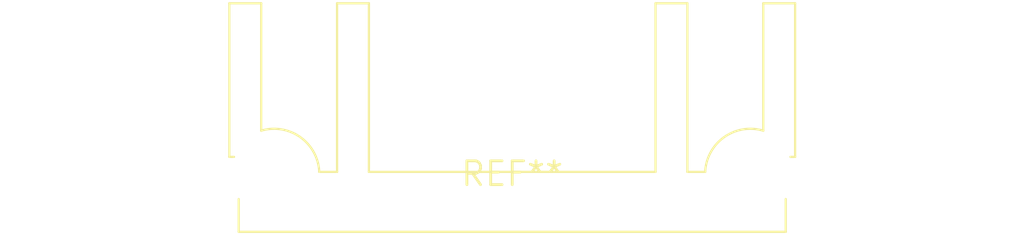
<source format=kicad_pcb>
(kicad_pcb (version 20240108) (generator pcbnew)
  (layers (0 "F.Cu" signal) (31 "B.Cu" signal) (34 "B.Paste" user) (35 "F.Paste" user) (36 "B.SilkS" user "B.Silkscreen") (37 "F.SilkS" user "F.Silkscreen") (38 "B.Mask" user) (39 "F.Mask" user) (44 "Edge.Cuts" user))
  (net 0 "")
  (footprint "Heatsink_Stonecold_HS-130_30x12mm_2xFixation2.5mm" (layer "F.Cu") (at 0 0)
    (property "Reference" "REF**")
    (property "Value" "Heatsink_Stonecold_HS-130_30x12mm_2xFixation2.5mm")
    (fp_line (start -15.1 -9.1) (end -13.4 -9.1) (layer "F.SilkS") (stroke (width 0.12)))
    (fp_line (start -15.1 -0.9) (end -15.1 -9.1) (layer "F.SilkS") (stroke (width 0.12)))
    (fp_line (start -15.1 -0.9) (end -14.85 -0.9) (layer "F.SilkS") (stroke (width 0.12)))
    (fp_line (start -14.6 3.1) (end -14.6 1.35) (layer "F.SilkS") (stroke (width 0.12)))
    (fp_line (start -14.6 3.1) (end 14.6 3.1) (layer "F.SilkS") (stroke (width 0.12)))
    (fp_line (start -13.4 -2.3) (end -13.4 -9.1) (layer "F.SilkS") (stroke (width 0.12)))
    (fp_line (start -10.3 -0.1) (end -9.35 -0.1) (layer "F.SilkS") (stroke (width 0.12)))
    (fp_line (start -9.35 -9.1) (end -7.65 -9.1) (layer "F.SilkS") (stroke (width 0.12)))
    (fp_line (start -9.35 -0.1) (end -9.35 -9.1) (layer "F.SilkS") (stroke (width 0.12)))
    (fp_line (start -7.65 -0.1) (end -7.65 -9.1) (layer "F.SilkS") (stroke (width 0.12)))
    (fp_line (start 7.65 -0.1) (end -7.65 -0.1) (layer "F.SilkS") (stroke (width 0.12)))
    (fp_line (start 7.65 -0.1) (end 7.65 -9.1) (layer "F.SilkS") (stroke (width 0.12)))
    (fp_line (start 9.35 -9.1) (end 7.65 -9.1) (layer "F.SilkS") (stroke (width 0.12)))
    (fp_line (start 9.35 -0.1) (end 9.35 -9.1) (layer "F.SilkS") (stroke (width 0.12)))
    (fp_line (start 9.35 -0.1) (end 10.3 -0.1) (layer "F.SilkS") (stroke (width 0.12)))
    (fp_line (start 13.4 -2.3) (end 13.4 -9.1) (layer "F.SilkS") (stroke (width 0.12)))
    (fp_line (start 14.6 3.1) (end 14.6 1.35) (layer "F.SilkS") (stroke (width 0.12)))
    (fp_line (start 15.1 -9.1) (end 13.4 -9.1) (layer "F.SilkS") (stroke (width 0.12)))
    (fp_line (start 15.1 -0.9) (end 14.85 -0.9) (layer "F.SilkS") (stroke (width 0.12)))
    (fp_line (start 15.1 -0.9) (end 15.1 -9.1) (layer "F.SilkS") (stroke (width 0.12)))
    (fp_arc (start -13.4 -2.3) (mid -11.314041 -1.955216) (end -10.3 -0.1) (layer "F.SilkS") (stroke (width 0.12)))
    (fp_arc (start 10.3 -0.1) (mid 11.31404 -1.955216) (end 13.4 -2.3) (layer "F.SilkS") (stroke (width 0.12)))
    (pad "1" thru_hole circle (at -12.7 0 180) (size 4 4) (drill 2.5) (layers *.Cu *.Mask) (remove_unused_layers))
    (pad "1" thru_hole circle (at 12.7 0) (size 4 4) (drill 2.5) (layers *.Cu *.Mask) (remove_unused_layers))
  )
)
</source>
